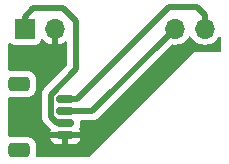
<source format=gbr>
%TF.GenerationSoftware,KiCad,Pcbnew,8.0.1*%
%TF.CreationDate,2024-08-05T21:00:00+12:00*%
%TF.ProjectId,QWIIC STM32 breakout,51574949-4320-4535-944d-333220627265,rev?*%
%TF.SameCoordinates,Original*%
%TF.FileFunction,Copper,L2,Bot*%
%TF.FilePolarity,Positive*%
%FSLAX46Y46*%
G04 Gerber Fmt 4.6, Leading zero omitted, Abs format (unit mm)*
G04 Created by KiCad (PCBNEW 8.0.1) date 2024-08-05 21:00:00*
%MOMM*%
%LPD*%
G01*
G04 APERTURE LIST*
G04 Aperture macros list*
%AMRoundRect*
0 Rectangle with rounded corners*
0 $1 Rounding radius*
0 $2 $3 $4 $5 $6 $7 $8 $9 X,Y pos of 4 corners*
0 Add a 4 corners polygon primitive as box body*
4,1,4,$2,$3,$4,$5,$6,$7,$8,$9,$2,$3,0*
0 Add four circle primitives for the rounded corners*
1,1,$1+$1,$2,$3*
1,1,$1+$1,$4,$5*
1,1,$1+$1,$6,$7*
1,1,$1+$1,$8,$9*
0 Add four rect primitives between the rounded corners*
20,1,$1+$1,$2,$3,$4,$5,0*
20,1,$1+$1,$4,$5,$6,$7,0*
20,1,$1+$1,$6,$7,$8,$9,0*
20,1,$1+$1,$8,$9,$2,$3,0*%
G04 Aperture macros list end*
%TA.AperFunction,ComponentPad*%
%ADD10R,1.700000X1.700000*%
%TD*%
%TA.AperFunction,ComponentPad*%
%ADD11O,1.700000X1.700000*%
%TD*%
%TA.AperFunction,SMDPad,CuDef*%
%ADD12RoundRect,0.150000X0.625000X-0.150000X0.625000X0.150000X-0.625000X0.150000X-0.625000X-0.150000X0*%
%TD*%
%TA.AperFunction,SMDPad,CuDef*%
%ADD13RoundRect,0.250000X0.650000X-0.350000X0.650000X0.350000X-0.650000X0.350000X-0.650000X-0.350000X0*%
%TD*%
%TA.AperFunction,Conductor*%
%ADD14C,0.500000*%
%TD*%
G04 APERTURE END LIST*
D10*
%TO.P,J2,1,Pin_1*%
%TO.N,/VCC*%
X166295000Y-106125000D03*
D11*
%TO.P,J2,2,Pin_2*%
%TO.N,/GND*%
X168835000Y-106125000D03*
%TO.P,J2,6,Pin_6*%
%TO.N,/SDA*%
X178995000Y-106125000D03*
%TO.P,J2,7,Pin_7*%
%TO.N,/SCL*%
X181535000Y-106125000D03*
%TD*%
D12*
%TO.P,J1,1,Pin_1*%
%TO.N,/GND*%
X169700000Y-115100000D03*
%TO.P,J1,2,Pin_2*%
%TO.N,/VCC*%
X169700000Y-114100000D03*
%TO.P,J1,3,Pin_3*%
%TO.N,/SDA*%
X169700000Y-113100000D03*
%TO.P,J1,4,Pin_4*%
%TO.N,/SCL*%
X169700000Y-112100000D03*
D13*
%TO.P,J1,MP*%
%TO.N,N/C*%
X165825000Y-116400000D03*
X165825000Y-110800000D03*
%TD*%
D14*
%TO.N,/SDA*%
X178975000Y-106125000D02*
X178995000Y-106125000D01*
X172000000Y-113100000D02*
X178975000Y-106125000D01*
X169700000Y-113100000D02*
X172000000Y-113100000D01*
%TO.N,/SCL*%
X181535000Y-104935000D02*
X181535000Y-106125000D01*
X180900000Y-104300000D02*
X181535000Y-104935000D01*
X170700000Y-112100000D02*
X178500000Y-104300000D01*
X178500000Y-104300000D02*
X180900000Y-104300000D01*
X169700000Y-112100000D02*
X170700000Y-112100000D01*
%TO.N,/VCC*%
X166295000Y-105105000D02*
X166295000Y-106125000D01*
X167000000Y-104400000D02*
X166295000Y-105105000D01*
X168475000Y-111697316D02*
X170600000Y-109572316D01*
X169500000Y-104400000D02*
X167000000Y-104400000D01*
X168475000Y-113575000D02*
X168475000Y-111697316D01*
X169000000Y-114100000D02*
X168475000Y-113575000D01*
X170600000Y-109572316D02*
X170600000Y-105500000D01*
X169700000Y-114100000D02*
X169000000Y-114100000D01*
X170600000Y-105500000D02*
X169500000Y-104400000D01*
%TD*%
%TA.AperFunction,Conductor*%
%TO.N,/GND*%
G36*
X169085000Y-107455633D02*
G01*
X169298483Y-107398433D01*
X169298492Y-107398429D01*
X169512579Y-107298599D01*
X169512585Y-107298595D01*
X169654376Y-107199312D01*
X169720582Y-107176984D01*
X169788349Y-107193994D01*
X169836163Y-107244941D01*
X169849500Y-107300886D01*
X169849500Y-109210085D01*
X169829815Y-109277124D01*
X169813181Y-109297766D01*
X167892050Y-111218896D01*
X167892044Y-111218904D01*
X167842812Y-111292584D01*
X167842813Y-111292585D01*
X167809921Y-111341812D01*
X167809914Y-111341824D01*
X167753342Y-111478402D01*
X167753340Y-111478408D01*
X167724500Y-111623395D01*
X167724500Y-111623398D01*
X167724500Y-113648918D01*
X167724500Y-113648920D01*
X167724499Y-113648920D01*
X167753340Y-113793907D01*
X167753343Y-113793917D01*
X167809914Y-113930492D01*
X167842812Y-113979727D01*
X167842813Y-113979730D01*
X167892046Y-114053414D01*
X167892052Y-114053421D01*
X168417049Y-114578416D01*
X168434181Y-114595548D01*
X168467666Y-114656871D01*
X168465577Y-114717823D01*
X168427899Y-114847511D01*
X168427704Y-114849998D01*
X168427705Y-114850000D01*
X168790950Y-114850000D01*
X168825545Y-114854924D01*
X168972426Y-114897597D01*
X168972429Y-114897597D01*
X168972431Y-114897598D01*
X169009306Y-114900500D01*
X169009314Y-114900500D01*
X170390686Y-114900500D01*
X170390694Y-114900500D01*
X170427569Y-114897598D01*
X170427571Y-114897597D01*
X170427573Y-114897597D01*
X170574455Y-114854924D01*
X170609050Y-114850000D01*
X170972295Y-114850000D01*
X170972295Y-114849998D01*
X170972100Y-114847511D01*
X170972099Y-114847505D01*
X170926283Y-114689806D01*
X170926282Y-114689803D01*
X170910792Y-114663610D01*
X170893611Y-114595886D01*
X170910793Y-114537369D01*
X170926744Y-114510398D01*
X170972598Y-114352569D01*
X170975500Y-114315694D01*
X170975500Y-113974500D01*
X170995185Y-113907461D01*
X171047989Y-113861706D01*
X171099500Y-113850500D01*
X172073920Y-113850500D01*
X172171462Y-113831096D01*
X172218913Y-113821658D01*
X172355495Y-113765084D01*
X172404729Y-113732186D01*
X172478416Y-113682952D01*
X178665107Y-107496258D01*
X178726428Y-107462775D01*
X178763593Y-107460413D01*
X178905053Y-107472789D01*
X178994999Y-107480659D01*
X178995000Y-107480659D01*
X178995001Y-107480659D01*
X179053966Y-107475500D01*
X179230408Y-107460063D01*
X179458663Y-107398903D01*
X179672830Y-107299035D01*
X179866401Y-107163495D01*
X180033495Y-106996401D01*
X180163425Y-106810842D01*
X180218002Y-106767217D01*
X180287500Y-106760023D01*
X180349855Y-106791546D01*
X180366575Y-106810842D01*
X180445875Y-106924095D01*
X180496505Y-106996401D01*
X180663599Y-107163495D01*
X180760384Y-107231265D01*
X180857165Y-107299032D01*
X180857167Y-107299033D01*
X180857170Y-107299035D01*
X181071337Y-107398903D01*
X181299592Y-107460063D01*
X181476034Y-107475500D01*
X181534999Y-107480659D01*
X181535000Y-107480659D01*
X181535001Y-107480659D01*
X181593966Y-107475500D01*
X181770408Y-107460063D01*
X181998663Y-107398903D01*
X182212830Y-107299035D01*
X182406401Y-107163495D01*
X182573495Y-106996401D01*
X182673925Y-106852971D01*
X182728502Y-106809347D01*
X182798000Y-106802153D01*
X182860355Y-106833676D01*
X182895769Y-106893906D01*
X182899500Y-106924095D01*
X182899500Y-107975500D01*
X182879815Y-108042539D01*
X182827011Y-108088294D01*
X182775500Y-108099500D01*
X180734108Y-108099500D01*
X180606812Y-108133608D01*
X180492686Y-108199500D01*
X180492683Y-108199502D01*
X171729005Y-116963181D01*
X171667682Y-116996666D01*
X171641324Y-116999500D01*
X167342433Y-116999500D01*
X167275394Y-116979815D01*
X167229639Y-116927011D01*
X167219075Y-116862897D01*
X167225499Y-116800016D01*
X167225500Y-116800009D01*
X167225499Y-115999992D01*
X167214999Y-115897203D01*
X167159814Y-115730666D01*
X167067712Y-115581344D01*
X166943656Y-115457288D01*
X166794334Y-115365186D01*
X166748509Y-115350001D01*
X168427704Y-115350001D01*
X168427899Y-115352486D01*
X168473718Y-115510198D01*
X168557314Y-115651552D01*
X168557321Y-115651561D01*
X168673438Y-115767678D01*
X168673447Y-115767685D01*
X168814803Y-115851282D01*
X168814806Y-115851283D01*
X168972504Y-115897099D01*
X168972510Y-115897100D01*
X169009350Y-115899999D01*
X169009366Y-115900000D01*
X169450000Y-115900000D01*
X169450000Y-115350000D01*
X169950000Y-115350000D01*
X169950000Y-115900000D01*
X170390634Y-115900000D01*
X170390649Y-115899999D01*
X170427489Y-115897100D01*
X170427495Y-115897099D01*
X170585193Y-115851283D01*
X170585196Y-115851282D01*
X170726552Y-115767685D01*
X170726561Y-115767678D01*
X170842678Y-115651561D01*
X170842685Y-115651552D01*
X170926281Y-115510198D01*
X170972100Y-115352486D01*
X170972295Y-115350001D01*
X170972295Y-115350000D01*
X169950000Y-115350000D01*
X169450000Y-115350000D01*
X168427705Y-115350000D01*
X168427704Y-115350001D01*
X166748509Y-115350001D01*
X166627797Y-115310001D01*
X166627795Y-115310000D01*
X166525010Y-115299500D01*
X165124998Y-115299500D01*
X165124980Y-115299501D01*
X165037101Y-115308479D01*
X164968408Y-115295709D01*
X164917524Y-115247828D01*
X164900500Y-115185121D01*
X164900500Y-112014879D01*
X164920185Y-111947840D01*
X164972989Y-111902085D01*
X165037102Y-111891521D01*
X165124991Y-111900500D01*
X166525008Y-111900499D01*
X166627797Y-111889999D01*
X166794334Y-111834814D01*
X166943656Y-111742712D01*
X167067712Y-111618656D01*
X167159814Y-111469334D01*
X167214999Y-111302797D01*
X167225500Y-111200009D01*
X167225499Y-110399992D01*
X167214999Y-110297203D01*
X167159814Y-110130666D01*
X167067712Y-109981344D01*
X166943656Y-109857288D01*
X166794334Y-109765186D01*
X166627797Y-109710001D01*
X166627795Y-109710000D01*
X166525010Y-109699500D01*
X165124998Y-109699500D01*
X165124980Y-109699501D01*
X165037101Y-109708479D01*
X164968408Y-109695709D01*
X164917524Y-109647828D01*
X164900500Y-109585121D01*
X164900500Y-107440314D01*
X164920185Y-107373275D01*
X164972989Y-107327520D01*
X165042147Y-107317576D01*
X165098810Y-107341047D01*
X165202665Y-107418793D01*
X165202668Y-107418795D01*
X165202671Y-107418797D01*
X165337517Y-107469091D01*
X165337516Y-107469091D01*
X165344444Y-107469835D01*
X165397127Y-107475500D01*
X167192872Y-107475499D01*
X167252483Y-107469091D01*
X167387331Y-107418796D01*
X167502546Y-107332546D01*
X167588796Y-107217331D01*
X167638002Y-107085401D01*
X167679872Y-107029468D01*
X167745337Y-107005050D01*
X167813610Y-107019901D01*
X167841865Y-107041053D01*
X167963917Y-107163105D01*
X168157421Y-107298600D01*
X168371507Y-107398429D01*
X168371516Y-107398433D01*
X168585000Y-107455634D01*
X168585000Y-106558012D01*
X168642007Y-106590925D01*
X168769174Y-106625000D01*
X168900826Y-106625000D01*
X169027993Y-106590925D01*
X169085000Y-106558012D01*
X169085000Y-107455633D01*
G37*
%TD.AperFunction*%
%TD*%
M02*

</source>
